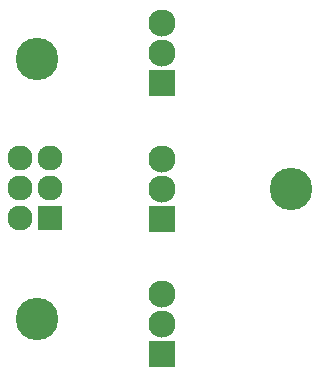
<source format=gbr>
G04 #@! TF.FileFunction,Soldermask,Top*
%FSLAX46Y46*%
G04 Gerber Fmt 4.6, Leading zero omitted, Abs format (unit mm)*
G04 Created by KiCad (PCBNEW 4.0.4-stable) date 01/15/17 13:56:54*
%MOMM*%
%LPD*%
G01*
G04 APERTURE LIST*
%ADD10C,0.100000*%
%ADD11C,3.600000*%
%ADD12C,2.300000*%
%ADD13R,2.300000X2.300000*%
%ADD14R,2.127200X2.127200*%
%ADD15O,2.127200X2.127200*%
G04 APERTURE END LIST*
D10*
D11*
X264175000Y-140500000D03*
X242675000Y-151500000D03*
D12*
X253250000Y-129000000D03*
X253250000Y-126460000D03*
D13*
X253250000Y-131540000D03*
D14*
X243750000Y-143000000D03*
D15*
X241210000Y-143000000D03*
X243750000Y-140460000D03*
X241210000Y-140460000D03*
X243750000Y-137920000D03*
X241210000Y-137920000D03*
D12*
X253250000Y-140500000D03*
X253250000Y-137960000D03*
D13*
X253250000Y-143040000D03*
D12*
X253250000Y-152000000D03*
X253250000Y-149460000D03*
D13*
X253250000Y-154540000D03*
D11*
X242675000Y-129500000D03*
M02*

</source>
